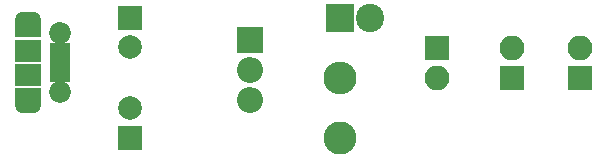
<source format=gts>
G04 #@! TF.FileFunction,Soldermask,Top*
%FSLAX46Y46*%
G04 Gerber Fmt 4.6, Leading zero omitted, Abs format (unit mm)*
G04 Created by KiCad (PCBNEW 4.0.7) date Friday, 14 September '14e' 2018 'PM' 'le44' 22:03:44*
%MOMM*%
%LPD*%
G01*
G04 APERTURE LIST*
%ADD10C,0.100000*%
%ADD11R,2.000000X2.000000*%
%ADD12C,2.000000*%
%ADD13R,2.400000X2.400000*%
%ADD14C,2.400000*%
%ADD15R,2.300000X1.900000*%
%ADD16C,1.850000*%
%ADD17R,1.750000X0.800000*%
%ADD18O,2.300000X1.600000*%
%ADD19R,2.300000X1.600000*%
%ADD20R,2.100000X2.100000*%
%ADD21O,2.100000X2.100000*%
%ADD22C,2.800000*%
%ADD23O,2.800000X2.800000*%
%ADD24R,2.200000X2.200000*%
%ADD25O,2.200000X2.200000*%
G04 APERTURE END LIST*
D10*
D11*
X119380000Y-73660000D03*
D12*
X119380000Y-76160000D03*
D11*
X119380000Y-83820000D03*
D12*
X119380000Y-81320000D03*
D13*
X137160000Y-73660000D03*
D14*
X139700000Y-73660000D03*
D15*
X110775000Y-78470000D03*
D16*
X113475000Y-74970000D03*
D17*
X113475000Y-76820000D03*
X113475000Y-76170000D03*
X113475000Y-78770000D03*
X113475000Y-78120000D03*
X113475000Y-77470000D03*
D16*
X113475000Y-79970000D03*
D15*
X110775000Y-76470000D03*
D18*
X110775000Y-73970000D03*
X110775000Y-80970000D03*
D19*
X110775000Y-80370000D03*
X110775000Y-74570000D03*
D20*
X145415000Y-76200000D03*
D21*
X145415000Y-78740000D03*
D22*
X137160000Y-83820000D03*
D23*
X137160000Y-78740000D03*
D20*
X151765000Y-78740000D03*
D21*
X151765000Y-76200000D03*
D20*
X157480000Y-78740000D03*
D21*
X157480000Y-76200000D03*
D24*
X129540000Y-75565000D03*
D25*
X129540000Y-78105000D03*
X129540000Y-80645000D03*
M02*

</source>
